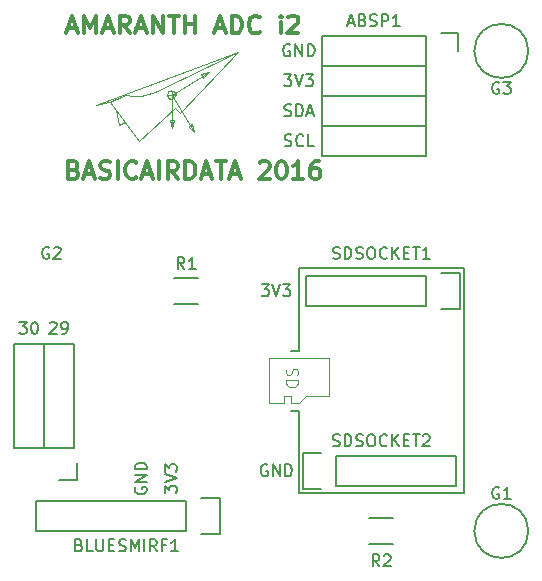
<source format=gto>
G04 #@! TF.FileFunction,Legend,Top*
%FSLAX46Y46*%
G04 Gerber Fmt 4.6, Leading zero omitted, Abs format (unit mm)*
G04 Created by KiCad (PCBNEW 4.0.1-stable) date 17/06/2016 16:01:18*
%MOMM*%
G01*
G04 APERTURE LIST*
%ADD10C,0.100000*%
%ADD11C,0.150000*%
%ADD12C,0.300000*%
G04 APERTURE END LIST*
D10*
D11*
X26035000Y14605000D02*
X25400000Y14605000D01*
D10*
X25400000Y15240000D02*
X26035000Y15240000D01*
X25400000Y15875000D02*
X25400000Y15240000D01*
X24765000Y15875000D02*
X25400000Y15875000D01*
X24765000Y15240000D02*
X24765000Y15875000D01*
X26035000Y15240000D02*
X26670000Y15875000D01*
X23495000Y15240000D02*
X24765000Y15240000D01*
X28575000Y15875000D02*
X26670000Y15875000D01*
X28575000Y19050000D02*
X28575000Y15875000D01*
X23495000Y19050000D02*
X28575000Y19050000D01*
X23495000Y15240000D02*
X23495000Y19050000D01*
D11*
X26035000Y7620000D02*
X26035000Y14605000D01*
X26035000Y19685000D02*
X26035000Y26670000D01*
X25400000Y19685000D02*
X26035000Y19685000D01*
X40005000Y26670000D02*
X26035000Y26670000D01*
X40005000Y7620000D02*
X40005000Y26670000D01*
X26035000Y7620000D02*
X40005000Y7620000D01*
D10*
X24995238Y18184714D02*
X24947619Y18041857D01*
X24947619Y17803761D01*
X24995238Y17708523D01*
X25042857Y17660904D01*
X25138095Y17613285D01*
X25233333Y17613285D01*
X25328571Y17660904D01*
X25376190Y17708523D01*
X25423810Y17803761D01*
X25471429Y17994238D01*
X25519048Y18089476D01*
X25566667Y18137095D01*
X25661905Y18184714D01*
X25757143Y18184714D01*
X25852381Y18137095D01*
X25900000Y18089476D01*
X25947619Y17994238D01*
X25947619Y17756142D01*
X25900000Y17613285D01*
X24947619Y17184714D02*
X25947619Y17184714D01*
X25947619Y16946619D01*
X25900000Y16803761D01*
X25804762Y16708523D01*
X25709524Y16660904D01*
X25519048Y16613285D01*
X25376190Y16613285D01*
X25185714Y16660904D01*
X25090476Y16708523D01*
X24995238Y16803761D01*
X24947619Y16946619D01*
X24947619Y17184714D01*
D11*
X12200000Y8128096D02*
X12152381Y8032858D01*
X12152381Y7890001D01*
X12200000Y7747143D01*
X12295238Y7651905D01*
X12390476Y7604286D01*
X12580952Y7556667D01*
X12723810Y7556667D01*
X12914286Y7604286D01*
X13009524Y7651905D01*
X13104762Y7747143D01*
X13152381Y7890001D01*
X13152381Y7985239D01*
X13104762Y8128096D01*
X13057143Y8175715D01*
X12723810Y8175715D01*
X12723810Y7985239D01*
X13152381Y8604286D02*
X12152381Y8604286D01*
X13152381Y9175715D01*
X12152381Y9175715D01*
X13152381Y9651905D02*
X12152381Y9651905D01*
X12152381Y9890000D01*
X12200000Y10032858D01*
X12295238Y10128096D01*
X12390476Y10175715D01*
X12580952Y10223334D01*
X12723810Y10223334D01*
X12914286Y10175715D01*
X13009524Y10128096D01*
X13104762Y10032858D01*
X13152381Y9890000D01*
X13152381Y9651905D01*
X14692381Y7651905D02*
X14692381Y8270953D01*
X15073333Y7937619D01*
X15073333Y8080477D01*
X15120952Y8175715D01*
X15168571Y8223334D01*
X15263810Y8270953D01*
X15501905Y8270953D01*
X15597143Y8223334D01*
X15644762Y8175715D01*
X15692381Y8080477D01*
X15692381Y7794762D01*
X15644762Y7699524D01*
X15597143Y7651905D01*
X14692381Y8556667D02*
X15692381Y8890000D01*
X14692381Y9223334D01*
X14692381Y9461429D02*
X14692381Y10080477D01*
X15073333Y9747143D01*
X15073333Y9890001D01*
X15120952Y9985239D01*
X15168571Y10032858D01*
X15263810Y10080477D01*
X15501905Y10080477D01*
X15597143Y10032858D01*
X15644762Y9985239D01*
X15692381Y9890001D01*
X15692381Y9604286D01*
X15644762Y9509048D01*
X15597143Y9461429D01*
X2365476Y22137619D02*
X2984524Y22137619D01*
X2651190Y21756667D01*
X2794048Y21756667D01*
X2889286Y21709048D01*
X2936905Y21661429D01*
X2984524Y21566190D01*
X2984524Y21328095D01*
X2936905Y21232857D01*
X2889286Y21185238D01*
X2794048Y21137619D01*
X2508333Y21137619D01*
X2413095Y21185238D01*
X2365476Y21232857D01*
X3603571Y22137619D02*
X3698810Y22137619D01*
X3794048Y22090000D01*
X3841667Y22042381D01*
X3889286Y21947143D01*
X3936905Y21756667D01*
X3936905Y21518571D01*
X3889286Y21328095D01*
X3841667Y21232857D01*
X3794048Y21185238D01*
X3698810Y21137619D01*
X3603571Y21137619D01*
X3508333Y21185238D01*
X3460714Y21232857D01*
X3413095Y21328095D01*
X3365476Y21518571D01*
X3365476Y21756667D01*
X3413095Y21947143D01*
X3460714Y22042381D01*
X3508333Y22090000D01*
X3603571Y22137619D01*
X4953095Y22042381D02*
X5000714Y22090000D01*
X5095952Y22137619D01*
X5334048Y22137619D01*
X5429286Y22090000D01*
X5476905Y22042381D01*
X5524524Y21947143D01*
X5524524Y21851905D01*
X5476905Y21709048D01*
X4905476Y21137619D01*
X5524524Y21137619D01*
X6000714Y21137619D02*
X6191190Y21137619D01*
X6286429Y21185238D01*
X6334048Y21232857D01*
X6429286Y21375714D01*
X6476905Y21566190D01*
X6476905Y21947143D01*
X6429286Y22042381D01*
X6381667Y22090000D01*
X6286429Y22137619D01*
X6095952Y22137619D01*
X6000714Y22090000D01*
X5953095Y22042381D01*
X5905476Y21947143D01*
X5905476Y21709048D01*
X5953095Y21613810D01*
X6000714Y21566190D01*
X6095952Y21518571D01*
X6286429Y21518571D01*
X6381667Y21566190D01*
X6429286Y21613810D01*
X6476905Y21709048D01*
D12*
X6506000Y46994000D02*
X7220286Y46994000D01*
X6363143Y46565429D02*
X6863143Y48065429D01*
X7363143Y46565429D01*
X7863143Y46565429D02*
X7863143Y48065429D01*
X8363143Y46994000D01*
X8863143Y48065429D01*
X8863143Y46565429D01*
X9506000Y46994000D02*
X10220286Y46994000D01*
X9363143Y46565429D02*
X9863143Y48065429D01*
X10363143Y46565429D01*
X11720286Y46565429D02*
X11220286Y47279714D01*
X10863143Y46565429D02*
X10863143Y48065429D01*
X11434571Y48065429D01*
X11577429Y47994000D01*
X11648857Y47922571D01*
X11720286Y47779714D01*
X11720286Y47565429D01*
X11648857Y47422571D01*
X11577429Y47351143D01*
X11434571Y47279714D01*
X10863143Y47279714D01*
X12291714Y46994000D02*
X13006000Y46994000D01*
X12148857Y46565429D02*
X12648857Y48065429D01*
X13148857Y46565429D01*
X13648857Y46565429D02*
X13648857Y48065429D01*
X14506000Y46565429D01*
X14506000Y48065429D01*
X15006000Y48065429D02*
X15863143Y48065429D01*
X15434572Y46565429D02*
X15434572Y48065429D01*
X16363143Y46565429D02*
X16363143Y48065429D01*
X16363143Y47351143D02*
X17220286Y47351143D01*
X17220286Y46565429D02*
X17220286Y48065429D01*
X19006000Y46994000D02*
X19720286Y46994000D01*
X18863143Y46565429D02*
X19363143Y48065429D01*
X19863143Y46565429D01*
X20363143Y46565429D02*
X20363143Y48065429D01*
X20720286Y48065429D01*
X20934571Y47994000D01*
X21077429Y47851143D01*
X21148857Y47708286D01*
X21220286Y47422571D01*
X21220286Y47208286D01*
X21148857Y46922571D01*
X21077429Y46779714D01*
X20934571Y46636857D01*
X20720286Y46565429D01*
X20363143Y46565429D01*
X22720286Y46708286D02*
X22648857Y46636857D01*
X22434571Y46565429D01*
X22291714Y46565429D01*
X22077429Y46636857D01*
X21934571Y46779714D01*
X21863143Y46922571D01*
X21791714Y47208286D01*
X21791714Y47422571D01*
X21863143Y47708286D01*
X21934571Y47851143D01*
X22077429Y47994000D01*
X22291714Y48065429D01*
X22434571Y48065429D01*
X22648857Y47994000D01*
X22720286Y47922571D01*
X24506000Y46565429D02*
X24506000Y47565429D01*
X24506000Y48065429D02*
X24434571Y47994000D01*
X24506000Y47922571D01*
X24577428Y47994000D01*
X24506000Y48065429D01*
X24506000Y47922571D01*
X25148857Y47922571D02*
X25220286Y47994000D01*
X25363143Y48065429D01*
X25720286Y48065429D01*
X25863143Y47994000D01*
X25934572Y47922571D01*
X26006000Y47779714D01*
X26006000Y47636857D01*
X25934572Y47422571D01*
X25077429Y46565429D01*
X26006000Y46565429D01*
X7002145Y35032143D02*
X7216431Y34960714D01*
X7287859Y34889286D01*
X7359288Y34746429D01*
X7359288Y34532143D01*
X7287859Y34389286D01*
X7216431Y34317857D01*
X7073573Y34246429D01*
X6502145Y34246429D01*
X6502145Y35746429D01*
X7002145Y35746429D01*
X7145002Y35675000D01*
X7216431Y35603571D01*
X7287859Y35460714D01*
X7287859Y35317857D01*
X7216431Y35175000D01*
X7145002Y35103571D01*
X7002145Y35032143D01*
X6502145Y35032143D01*
X7930716Y34675000D02*
X8645002Y34675000D01*
X7787859Y34246429D02*
X8287859Y35746429D01*
X8787859Y34246429D01*
X9216430Y34317857D02*
X9430716Y34246429D01*
X9787859Y34246429D01*
X9930716Y34317857D01*
X10002145Y34389286D01*
X10073573Y34532143D01*
X10073573Y34675000D01*
X10002145Y34817857D01*
X9930716Y34889286D01*
X9787859Y34960714D01*
X9502145Y35032143D01*
X9359287Y35103571D01*
X9287859Y35175000D01*
X9216430Y35317857D01*
X9216430Y35460714D01*
X9287859Y35603571D01*
X9359287Y35675000D01*
X9502145Y35746429D01*
X9859287Y35746429D01*
X10073573Y35675000D01*
X10716430Y34246429D02*
X10716430Y35746429D01*
X12287859Y34389286D02*
X12216430Y34317857D01*
X12002144Y34246429D01*
X11859287Y34246429D01*
X11645002Y34317857D01*
X11502144Y34460714D01*
X11430716Y34603571D01*
X11359287Y34889286D01*
X11359287Y35103571D01*
X11430716Y35389286D01*
X11502144Y35532143D01*
X11645002Y35675000D01*
X11859287Y35746429D01*
X12002144Y35746429D01*
X12216430Y35675000D01*
X12287859Y35603571D01*
X12859287Y34675000D02*
X13573573Y34675000D01*
X12716430Y34246429D02*
X13216430Y35746429D01*
X13716430Y34246429D01*
X14216430Y34246429D02*
X14216430Y35746429D01*
X15787859Y34246429D02*
X15287859Y34960714D01*
X14930716Y34246429D02*
X14930716Y35746429D01*
X15502144Y35746429D01*
X15645002Y35675000D01*
X15716430Y35603571D01*
X15787859Y35460714D01*
X15787859Y35246429D01*
X15716430Y35103571D01*
X15645002Y35032143D01*
X15502144Y34960714D01*
X14930716Y34960714D01*
X16430716Y34246429D02*
X16430716Y35746429D01*
X16787859Y35746429D01*
X17002144Y35675000D01*
X17145002Y35532143D01*
X17216430Y35389286D01*
X17287859Y35103571D01*
X17287859Y34889286D01*
X17216430Y34603571D01*
X17145002Y34460714D01*
X17002144Y34317857D01*
X16787859Y34246429D01*
X16430716Y34246429D01*
X17859287Y34675000D02*
X18573573Y34675000D01*
X17716430Y34246429D02*
X18216430Y35746429D01*
X18716430Y34246429D01*
X19002144Y35746429D02*
X19859287Y35746429D01*
X19430716Y34246429D02*
X19430716Y35746429D01*
X20287858Y34675000D02*
X21002144Y34675000D01*
X20145001Y34246429D02*
X20645001Y35746429D01*
X21145001Y34246429D01*
X22716429Y35603571D02*
X22787858Y35675000D01*
X22930715Y35746429D01*
X23287858Y35746429D01*
X23430715Y35675000D01*
X23502144Y35603571D01*
X23573572Y35460714D01*
X23573572Y35317857D01*
X23502144Y35103571D01*
X22645001Y34246429D01*
X23573572Y34246429D01*
X24502143Y35746429D02*
X24645000Y35746429D01*
X24787857Y35675000D01*
X24859286Y35603571D01*
X24930715Y35460714D01*
X25002143Y35175000D01*
X25002143Y34817857D01*
X24930715Y34532143D01*
X24859286Y34389286D01*
X24787857Y34317857D01*
X24645000Y34246429D01*
X24502143Y34246429D01*
X24359286Y34317857D01*
X24287857Y34389286D01*
X24216429Y34532143D01*
X24145000Y34817857D01*
X24145000Y35175000D01*
X24216429Y35460714D01*
X24287857Y35603571D01*
X24359286Y35675000D01*
X24502143Y35746429D01*
X26430714Y34246429D02*
X25573571Y34246429D01*
X26002143Y34246429D02*
X26002143Y35746429D01*
X25859286Y35532143D01*
X25716428Y35389286D01*
X25573571Y35317857D01*
X27716428Y35746429D02*
X27430714Y35746429D01*
X27287857Y35675000D01*
X27216428Y35603571D01*
X27073571Y35389286D01*
X27002142Y35103571D01*
X27002142Y34532143D01*
X27073571Y34389286D01*
X27144999Y34317857D01*
X27287857Y34246429D01*
X27573571Y34246429D01*
X27716428Y34317857D01*
X27787857Y34389286D01*
X27859285Y34532143D01*
X27859285Y34889286D01*
X27787857Y35032143D01*
X27716428Y35103571D01*
X27573571Y35175000D01*
X27287857Y35175000D01*
X27144999Y35103571D01*
X27073571Y35032143D01*
X27002142Y34889286D01*
D10*
X15088859Y39241980D02*
X15273721Y39241980D01*
X15273721Y38590931D02*
X15088859Y39241980D01*
X15458583Y39241980D02*
X15273721Y39241980D01*
X15273721Y38590931D02*
X15458583Y39241980D01*
X15273721Y41350161D02*
X15273721Y38590931D01*
X16700667Y38685149D02*
X16857997Y38782212D01*
X17199836Y38228126D02*
X16700667Y38685149D01*
X17015326Y38879275D02*
X16857997Y38782212D01*
X17199836Y38228126D02*
X17015326Y38879275D01*
X17942408Y42779375D02*
X17845345Y42936704D01*
X18399431Y43278543D02*
X17942408Y42779375D01*
X17748282Y43094034D02*
X17845345Y42936704D01*
X18399431Y43278543D02*
X17748282Y43094034D01*
X18399431Y43278543D02*
X15273721Y41350161D01*
X15273721Y41350161D02*
X17199836Y38228126D01*
X15273721Y40987155D02*
X15273721Y41713166D01*
X10800538Y38797189D02*
X10554232Y40082839D01*
X10800538Y38797189D02*
X11307378Y39076461D01*
X13883289Y41631120D02*
X20883708Y44961947D01*
X13039164Y41312674D02*
X13883289Y41631120D01*
X12667926Y41242129D02*
X13039164Y41312674D01*
X12106238Y41245416D02*
X12667926Y41242129D01*
X11409086Y41354470D02*
X12106238Y41245416D01*
X14910715Y41350161D02*
X15636726Y41350161D01*
X15636726Y41350161D02*
G75*
G03X15636726Y41350161I-363005J0D01*
G01*
X15967842Y39809960D02*
X20883708Y44961947D01*
X15583254Y40210550D02*
X15967842Y39809960D01*
X12505870Y37475000D02*
X15583254Y40210550D01*
X10056309Y40748179D02*
X12505870Y37475000D01*
X11409086Y41354470D02*
X10056309Y40748179D01*
X9996511Y40788791D02*
X11409086Y41354470D01*
X8880000Y40495759D02*
X9996511Y40788791D01*
X8880000Y40495759D02*
X20883708Y44961947D01*
X15273721Y41014787D02*
X15273721Y40994130D01*
X15202902Y40994130D02*
X15134805Y41014787D01*
X15273721Y40987155D02*
X15202902Y40994130D01*
X15273721Y40994130D02*
X15273721Y40987155D01*
X15273721Y41048333D02*
X15273721Y41014787D01*
X15134805Y41014787D02*
X15072046Y41048333D01*
X15273721Y41093477D02*
X15273721Y41048333D01*
X15072046Y41048333D02*
X15017037Y41093477D01*
X15273721Y41148486D02*
X15273721Y41093477D01*
X15017037Y41093477D02*
X14971893Y41148486D01*
X15273721Y41211244D02*
X15273721Y41148486D01*
X14971893Y41148486D02*
X14938347Y41211244D01*
X15273721Y41279342D02*
X15273721Y41211244D01*
X14938347Y41211244D02*
X14917690Y41279342D01*
X15273721Y41350161D02*
X15273721Y41279342D01*
X14917690Y41279342D02*
X14910715Y41350161D01*
X15631211Y41413196D02*
X15636726Y41350161D01*
X15273721Y41350161D02*
X15273721Y41413196D01*
X15614834Y41474316D02*
X15631211Y41413196D01*
X15273721Y41413196D02*
X15273721Y41474316D01*
X15588093Y41531663D02*
X15614834Y41474316D01*
X15273721Y41474316D02*
X15273721Y41531663D01*
X15551799Y41583496D02*
X15588093Y41531663D01*
X15273721Y41531663D02*
X15273721Y41583496D01*
X15507056Y41628239D02*
X15551799Y41583496D01*
X15273721Y41583496D02*
X15273721Y41628239D01*
X15455224Y41664533D02*
X15507056Y41628239D01*
X15273721Y41628239D02*
X15273721Y41664533D01*
X15397876Y41691274D02*
X15455224Y41664533D01*
X15273721Y41664533D02*
X15273721Y41691274D01*
X15336756Y41707651D02*
X15397876Y41691274D01*
X15273721Y41691274D02*
X15273721Y41707651D01*
X15273721Y41707651D02*
X15273721Y41713166D01*
X15273721Y41713166D02*
X15336756Y41707651D01*
X15273721Y41014787D02*
X15273721Y40994130D01*
X15202902Y40994130D02*
X15134805Y41014787D01*
X15273721Y40987155D02*
X15202902Y40994130D01*
X15273721Y40994130D02*
X15273721Y40987155D01*
X15273721Y41048333D02*
X15273721Y41014787D01*
X15134805Y41014787D02*
X15072046Y41048333D01*
X15273721Y41093477D02*
X15273721Y41048333D01*
X15072046Y41048333D02*
X15017037Y41093477D01*
X15273721Y41148486D02*
X15273721Y41093477D01*
X15017037Y41093477D02*
X14971893Y41148486D01*
X15273721Y41211244D02*
X15273721Y41148486D01*
X14971893Y41148486D02*
X14938347Y41211244D01*
X15273721Y41279342D02*
X15273721Y41211244D01*
X14938347Y41211244D02*
X14917690Y41279342D01*
X15273721Y41350161D02*
X15273721Y41279342D01*
X14917690Y41279342D02*
X14910715Y41350161D01*
X15631211Y41413196D02*
X15636726Y41350161D01*
X15273721Y41350161D02*
X15273721Y41413196D01*
X15614834Y41474316D02*
X15631211Y41413196D01*
X15273721Y41413196D02*
X15273721Y41474316D01*
X15588093Y41531663D02*
X15614834Y41474316D01*
X15273721Y41474316D02*
X15273721Y41531663D01*
X15551799Y41583496D02*
X15588093Y41531663D01*
X15273721Y41531663D02*
X15273721Y41583496D01*
X15507056Y41628239D02*
X15551799Y41583496D01*
X15273721Y41583496D02*
X15273721Y41628239D01*
X15455224Y41664533D02*
X15507056Y41628239D01*
X15273721Y41628239D02*
X15273721Y41664533D01*
X15397876Y41691274D02*
X15455224Y41664533D01*
X15273721Y41664533D02*
X15273721Y41691274D01*
X15336756Y41707651D02*
X15397876Y41691274D01*
X15273721Y41691274D02*
X15273721Y41707651D01*
X15273721Y41707651D02*
X15273721Y41713166D01*
X15273721Y41713166D02*
X15336756Y41707651D01*
D11*
X22891905Y25312619D02*
X23510953Y25312619D01*
X23177619Y24931667D01*
X23320477Y24931667D01*
X23415715Y24884048D01*
X23463334Y24836429D01*
X23510953Y24741190D01*
X23510953Y24503095D01*
X23463334Y24407857D01*
X23415715Y24360238D01*
X23320477Y24312619D01*
X23034762Y24312619D01*
X22939524Y24360238D01*
X22891905Y24407857D01*
X23796667Y25312619D02*
X24130000Y24312619D01*
X24463334Y25312619D01*
X24701429Y25312619D02*
X25320477Y25312619D01*
X24987143Y24931667D01*
X25130001Y24931667D01*
X25225239Y24884048D01*
X25272858Y24836429D01*
X25320477Y24741190D01*
X25320477Y24503095D01*
X25272858Y24407857D01*
X25225239Y24360238D01*
X25130001Y24312619D01*
X24844286Y24312619D01*
X24749048Y24360238D01*
X24701429Y24407857D01*
X23368096Y10025000D02*
X23272858Y10072619D01*
X23130001Y10072619D01*
X22987143Y10025000D01*
X22891905Y9929762D01*
X22844286Y9834524D01*
X22796667Y9644048D01*
X22796667Y9501190D01*
X22844286Y9310714D01*
X22891905Y9215476D01*
X22987143Y9120238D01*
X23130001Y9072619D01*
X23225239Y9072619D01*
X23368096Y9120238D01*
X23415715Y9167857D01*
X23415715Y9501190D01*
X23225239Y9501190D01*
X23844286Y9072619D02*
X23844286Y10072619D01*
X24415715Y9072619D01*
X24415715Y10072619D01*
X24891905Y9072619D02*
X24891905Y10072619D01*
X25130000Y10072619D01*
X25272858Y10025000D01*
X25368096Y9929762D01*
X25415715Y9834524D01*
X25463334Y9644048D01*
X25463334Y9501190D01*
X25415715Y9310714D01*
X25368096Y9215476D01*
X25272858Y9120238D01*
X25130000Y9072619D01*
X24891905Y9072619D01*
X24844524Y37060238D02*
X24987381Y37012619D01*
X25225477Y37012619D01*
X25320715Y37060238D01*
X25368334Y37107857D01*
X25415953Y37203095D01*
X25415953Y37298333D01*
X25368334Y37393571D01*
X25320715Y37441190D01*
X25225477Y37488810D01*
X25035000Y37536429D01*
X24939762Y37584048D01*
X24892143Y37631667D01*
X24844524Y37726905D01*
X24844524Y37822143D01*
X24892143Y37917381D01*
X24939762Y37965000D01*
X25035000Y38012619D01*
X25273096Y38012619D01*
X25415953Y37965000D01*
X26415953Y37107857D02*
X26368334Y37060238D01*
X26225477Y37012619D01*
X26130239Y37012619D01*
X25987381Y37060238D01*
X25892143Y37155476D01*
X25844524Y37250714D01*
X25796905Y37441190D01*
X25796905Y37584048D01*
X25844524Y37774524D01*
X25892143Y37869762D01*
X25987381Y37965000D01*
X26130239Y38012619D01*
X26225477Y38012619D01*
X26368334Y37965000D01*
X26415953Y37917381D01*
X27320715Y37012619D02*
X26844524Y37012619D01*
X26844524Y38012619D01*
X24820714Y39600238D02*
X24963571Y39552619D01*
X25201667Y39552619D01*
X25296905Y39600238D01*
X25344524Y39647857D01*
X25392143Y39743095D01*
X25392143Y39838333D01*
X25344524Y39933571D01*
X25296905Y39981190D01*
X25201667Y40028810D01*
X25011190Y40076429D01*
X24915952Y40124048D01*
X24868333Y40171667D01*
X24820714Y40266905D01*
X24820714Y40362143D01*
X24868333Y40457381D01*
X24915952Y40505000D01*
X25011190Y40552619D01*
X25249286Y40552619D01*
X25392143Y40505000D01*
X25820714Y39552619D02*
X25820714Y40552619D01*
X26058809Y40552619D01*
X26201667Y40505000D01*
X26296905Y40409762D01*
X26344524Y40314524D01*
X26392143Y40124048D01*
X26392143Y39981190D01*
X26344524Y39790714D01*
X26296905Y39695476D01*
X26201667Y39600238D01*
X26058809Y39552619D01*
X25820714Y39552619D01*
X26773095Y39838333D02*
X27249286Y39838333D01*
X26677857Y39552619D02*
X27011190Y40552619D01*
X27344524Y39552619D01*
X24796905Y43092619D02*
X25415953Y43092619D01*
X25082619Y42711667D01*
X25225477Y42711667D01*
X25320715Y42664048D01*
X25368334Y42616429D01*
X25415953Y42521190D01*
X25415953Y42283095D01*
X25368334Y42187857D01*
X25320715Y42140238D01*
X25225477Y42092619D01*
X24939762Y42092619D01*
X24844524Y42140238D01*
X24796905Y42187857D01*
X25701667Y43092619D02*
X26035000Y42092619D01*
X26368334Y43092619D01*
X26606429Y43092619D02*
X27225477Y43092619D01*
X26892143Y42711667D01*
X27035001Y42711667D01*
X27130239Y42664048D01*
X27177858Y42616429D01*
X27225477Y42521190D01*
X27225477Y42283095D01*
X27177858Y42187857D01*
X27130239Y42140238D01*
X27035001Y42092619D01*
X26749286Y42092619D01*
X26654048Y42140238D01*
X26606429Y42187857D01*
X25273096Y45585000D02*
X25177858Y45632619D01*
X25035001Y45632619D01*
X24892143Y45585000D01*
X24796905Y45489762D01*
X24749286Y45394524D01*
X24701667Y45204048D01*
X24701667Y45061190D01*
X24749286Y44870714D01*
X24796905Y44775476D01*
X24892143Y44680238D01*
X25035001Y44632619D01*
X25130239Y44632619D01*
X25273096Y44680238D01*
X25320715Y44727857D01*
X25320715Y45061190D01*
X25130239Y45061190D01*
X25749286Y44632619D02*
X25749286Y45632619D01*
X26320715Y44632619D01*
X26320715Y45632619D01*
X26796905Y44632619D02*
X26796905Y45632619D01*
X27035000Y45632619D01*
X27177858Y45585000D01*
X27273096Y45489762D01*
X27320715Y45394524D01*
X27368334Y45204048D01*
X27368334Y45061190D01*
X27320715Y44870714D01*
X27273096Y44775476D01*
X27177858Y44680238D01*
X27035000Y44632619D01*
X26796905Y44632619D01*
X36830000Y26035000D02*
X26670000Y26035000D01*
X26670000Y26035000D02*
X26670000Y23495000D01*
X26670000Y23495000D02*
X36830000Y23495000D01*
X39650000Y26315000D02*
X38100000Y26315000D01*
X36830000Y26035000D02*
X36830000Y23495000D01*
X38100000Y23215000D02*
X39650000Y23215000D01*
X39650000Y23215000D02*
X39650000Y26315000D01*
X28000000Y36195000D02*
X36830000Y36195000D01*
X28000000Y38735000D02*
X28000000Y36195000D01*
X36830000Y38735000D02*
X36830000Y36195000D01*
X36830000Y41275000D02*
X36830000Y38735000D01*
X28000000Y41275000D02*
X28000000Y38735000D01*
X28000000Y38735000D02*
X36830000Y38735000D01*
X28000000Y41275000D02*
X36830000Y41275000D01*
X28000000Y43815000D02*
X28000000Y41275000D01*
X36830000Y43815000D02*
X28000000Y43815000D01*
X36830000Y43815000D02*
X36830000Y41275000D01*
X36830000Y46355000D02*
X36830000Y43815000D01*
X39500000Y45085000D02*
X39500000Y46635000D01*
X39500000Y46635000D02*
X38100000Y46635000D01*
X36830000Y46355000D02*
X28000000Y46355000D01*
X28000000Y46355000D02*
X28000000Y43815000D01*
X28000000Y43815000D02*
X36830000Y43815000D01*
X29210000Y8255000D02*
X39370000Y8255000D01*
X39370000Y8255000D02*
X39370000Y10795000D01*
X39370000Y10795000D02*
X29210000Y10795000D01*
X26390000Y7975000D02*
X27940000Y7975000D01*
X29210000Y8255000D02*
X29210000Y10795000D01*
X27940000Y11075000D02*
X26390000Y11075000D01*
X26390000Y11075000D02*
X26390000Y7975000D01*
X17510000Y23690000D02*
X15510000Y23690000D01*
X15510000Y25840000D02*
X17510000Y25840000D01*
X34020000Y3370000D02*
X32020000Y3370000D01*
X32020000Y5520000D02*
X34020000Y5520000D01*
X45466000Y4445000D02*
G75*
G03X45466000Y4445000I-2286000J0D01*
G01*
X16510000Y6985000D02*
X3810000Y6985000D01*
X3810000Y6985000D02*
X3810000Y4445000D01*
X3810000Y4445000D02*
X16510000Y4445000D01*
X19330000Y7265000D02*
X17780000Y7265000D01*
X16510000Y6985000D02*
X16510000Y4445000D01*
X17780000Y4165000D02*
X19330000Y4165000D01*
X19330000Y4165000D02*
X19330000Y7265000D01*
X45466000Y45085000D02*
G75*
G03X45466000Y45085000I-2286000J0D01*
G01*
X1905000Y20260000D02*
X1905000Y11430000D01*
X4445000Y20260000D02*
X1905000Y20260000D01*
X4445000Y11430000D02*
X4445000Y20260000D01*
X4445000Y11430000D02*
X1905000Y11430000D01*
X6985000Y11430000D02*
X4445000Y11430000D01*
X5715000Y8760000D02*
X7265000Y8760000D01*
X7265000Y8760000D02*
X7265000Y10160000D01*
X6985000Y11430000D02*
X6985000Y20260000D01*
X6985000Y20260000D02*
X4445000Y20260000D01*
X4445000Y20260000D02*
X4445000Y11430000D01*
X28924762Y27535238D02*
X29067619Y27487619D01*
X29305715Y27487619D01*
X29400953Y27535238D01*
X29448572Y27582857D01*
X29496191Y27678095D01*
X29496191Y27773333D01*
X29448572Y27868571D01*
X29400953Y27916190D01*
X29305715Y27963810D01*
X29115238Y28011429D01*
X29020000Y28059048D01*
X28972381Y28106667D01*
X28924762Y28201905D01*
X28924762Y28297143D01*
X28972381Y28392381D01*
X29020000Y28440000D01*
X29115238Y28487619D01*
X29353334Y28487619D01*
X29496191Y28440000D01*
X29924762Y27487619D02*
X29924762Y28487619D01*
X30162857Y28487619D01*
X30305715Y28440000D01*
X30400953Y28344762D01*
X30448572Y28249524D01*
X30496191Y28059048D01*
X30496191Y27916190D01*
X30448572Y27725714D01*
X30400953Y27630476D01*
X30305715Y27535238D01*
X30162857Y27487619D01*
X29924762Y27487619D01*
X30877143Y27535238D02*
X31020000Y27487619D01*
X31258096Y27487619D01*
X31353334Y27535238D01*
X31400953Y27582857D01*
X31448572Y27678095D01*
X31448572Y27773333D01*
X31400953Y27868571D01*
X31353334Y27916190D01*
X31258096Y27963810D01*
X31067619Y28011429D01*
X30972381Y28059048D01*
X30924762Y28106667D01*
X30877143Y28201905D01*
X30877143Y28297143D01*
X30924762Y28392381D01*
X30972381Y28440000D01*
X31067619Y28487619D01*
X31305715Y28487619D01*
X31448572Y28440000D01*
X32067619Y28487619D02*
X32258096Y28487619D01*
X32353334Y28440000D01*
X32448572Y28344762D01*
X32496191Y28154286D01*
X32496191Y27820952D01*
X32448572Y27630476D01*
X32353334Y27535238D01*
X32258096Y27487619D01*
X32067619Y27487619D01*
X31972381Y27535238D01*
X31877143Y27630476D01*
X31829524Y27820952D01*
X31829524Y28154286D01*
X31877143Y28344762D01*
X31972381Y28440000D01*
X32067619Y28487619D01*
X33496191Y27582857D02*
X33448572Y27535238D01*
X33305715Y27487619D01*
X33210477Y27487619D01*
X33067619Y27535238D01*
X32972381Y27630476D01*
X32924762Y27725714D01*
X32877143Y27916190D01*
X32877143Y28059048D01*
X32924762Y28249524D01*
X32972381Y28344762D01*
X33067619Y28440000D01*
X33210477Y28487619D01*
X33305715Y28487619D01*
X33448572Y28440000D01*
X33496191Y28392381D01*
X33924762Y27487619D02*
X33924762Y28487619D01*
X34496191Y27487619D02*
X34067619Y28059048D01*
X34496191Y28487619D02*
X33924762Y27916190D01*
X34924762Y28011429D02*
X35258096Y28011429D01*
X35400953Y27487619D02*
X34924762Y27487619D01*
X34924762Y28487619D01*
X35400953Y28487619D01*
X35686667Y28487619D02*
X36258096Y28487619D01*
X35972381Y27487619D02*
X35972381Y28487619D01*
X37115239Y27487619D02*
X36543810Y27487619D01*
X36829524Y27487619D02*
X36829524Y28487619D01*
X36734286Y28344762D01*
X36639048Y28249524D01*
X36543810Y28201905D01*
X30194524Y47458333D02*
X30670715Y47458333D01*
X30099286Y47172619D02*
X30432619Y48172619D01*
X30765953Y47172619D01*
X31432620Y47696429D02*
X31575477Y47648810D01*
X31623096Y47601190D01*
X31670715Y47505952D01*
X31670715Y47363095D01*
X31623096Y47267857D01*
X31575477Y47220238D01*
X31480239Y47172619D01*
X31099286Y47172619D01*
X31099286Y48172619D01*
X31432620Y48172619D01*
X31527858Y48125000D01*
X31575477Y48077381D01*
X31623096Y47982143D01*
X31623096Y47886905D01*
X31575477Y47791667D01*
X31527858Y47744048D01*
X31432620Y47696429D01*
X31099286Y47696429D01*
X32051667Y47220238D02*
X32194524Y47172619D01*
X32432620Y47172619D01*
X32527858Y47220238D01*
X32575477Y47267857D01*
X32623096Y47363095D01*
X32623096Y47458333D01*
X32575477Y47553571D01*
X32527858Y47601190D01*
X32432620Y47648810D01*
X32242143Y47696429D01*
X32146905Y47744048D01*
X32099286Y47791667D01*
X32051667Y47886905D01*
X32051667Y47982143D01*
X32099286Y48077381D01*
X32146905Y48125000D01*
X32242143Y48172619D01*
X32480239Y48172619D01*
X32623096Y48125000D01*
X33051667Y47172619D02*
X33051667Y48172619D01*
X33432620Y48172619D01*
X33527858Y48125000D01*
X33575477Y48077381D01*
X33623096Y47982143D01*
X33623096Y47839286D01*
X33575477Y47744048D01*
X33527858Y47696429D01*
X33432620Y47648810D01*
X33051667Y47648810D01*
X34575477Y47172619D02*
X34004048Y47172619D01*
X34289762Y47172619D02*
X34289762Y48172619D01*
X34194524Y48029762D01*
X34099286Y47934524D01*
X34004048Y47886905D01*
X28924762Y11660238D02*
X29067619Y11612619D01*
X29305715Y11612619D01*
X29400953Y11660238D01*
X29448572Y11707857D01*
X29496191Y11803095D01*
X29496191Y11898333D01*
X29448572Y11993571D01*
X29400953Y12041190D01*
X29305715Y12088810D01*
X29115238Y12136429D01*
X29020000Y12184048D01*
X28972381Y12231667D01*
X28924762Y12326905D01*
X28924762Y12422143D01*
X28972381Y12517381D01*
X29020000Y12565000D01*
X29115238Y12612619D01*
X29353334Y12612619D01*
X29496191Y12565000D01*
X29924762Y11612619D02*
X29924762Y12612619D01*
X30162857Y12612619D01*
X30305715Y12565000D01*
X30400953Y12469762D01*
X30448572Y12374524D01*
X30496191Y12184048D01*
X30496191Y12041190D01*
X30448572Y11850714D01*
X30400953Y11755476D01*
X30305715Y11660238D01*
X30162857Y11612619D01*
X29924762Y11612619D01*
X30877143Y11660238D02*
X31020000Y11612619D01*
X31258096Y11612619D01*
X31353334Y11660238D01*
X31400953Y11707857D01*
X31448572Y11803095D01*
X31448572Y11898333D01*
X31400953Y11993571D01*
X31353334Y12041190D01*
X31258096Y12088810D01*
X31067619Y12136429D01*
X30972381Y12184048D01*
X30924762Y12231667D01*
X30877143Y12326905D01*
X30877143Y12422143D01*
X30924762Y12517381D01*
X30972381Y12565000D01*
X31067619Y12612619D01*
X31305715Y12612619D01*
X31448572Y12565000D01*
X32067619Y12612619D02*
X32258096Y12612619D01*
X32353334Y12565000D01*
X32448572Y12469762D01*
X32496191Y12279286D01*
X32496191Y11945952D01*
X32448572Y11755476D01*
X32353334Y11660238D01*
X32258096Y11612619D01*
X32067619Y11612619D01*
X31972381Y11660238D01*
X31877143Y11755476D01*
X31829524Y11945952D01*
X31829524Y12279286D01*
X31877143Y12469762D01*
X31972381Y12565000D01*
X32067619Y12612619D01*
X33496191Y11707857D02*
X33448572Y11660238D01*
X33305715Y11612619D01*
X33210477Y11612619D01*
X33067619Y11660238D01*
X32972381Y11755476D01*
X32924762Y11850714D01*
X32877143Y12041190D01*
X32877143Y12184048D01*
X32924762Y12374524D01*
X32972381Y12469762D01*
X33067619Y12565000D01*
X33210477Y12612619D01*
X33305715Y12612619D01*
X33448572Y12565000D01*
X33496191Y12517381D01*
X33924762Y11612619D02*
X33924762Y12612619D01*
X34496191Y11612619D02*
X34067619Y12184048D01*
X34496191Y12612619D02*
X33924762Y12041190D01*
X34924762Y12136429D02*
X35258096Y12136429D01*
X35400953Y11612619D02*
X34924762Y11612619D01*
X34924762Y12612619D01*
X35400953Y12612619D01*
X35686667Y12612619D02*
X36258096Y12612619D01*
X35972381Y11612619D02*
X35972381Y12612619D01*
X36543810Y12517381D02*
X36591429Y12565000D01*
X36686667Y12612619D01*
X36924763Y12612619D01*
X37020001Y12565000D01*
X37067620Y12517381D01*
X37115239Y12422143D01*
X37115239Y12326905D01*
X37067620Y12184048D01*
X36496191Y11612619D01*
X37115239Y11612619D01*
X16343334Y26612619D02*
X16010000Y27088810D01*
X15771905Y26612619D02*
X15771905Y27612619D01*
X16152858Y27612619D01*
X16248096Y27565000D01*
X16295715Y27517381D01*
X16343334Y27422143D01*
X16343334Y27279286D01*
X16295715Y27184048D01*
X16248096Y27136429D01*
X16152858Y27088810D01*
X15771905Y27088810D01*
X17295715Y26612619D02*
X16724286Y26612619D01*
X17010000Y26612619D02*
X17010000Y27612619D01*
X16914762Y27469762D01*
X16819524Y27374524D01*
X16724286Y27326905D01*
X32853334Y1452619D02*
X32520000Y1928810D01*
X32281905Y1452619D02*
X32281905Y2452619D01*
X32662858Y2452619D01*
X32758096Y2405000D01*
X32805715Y2357381D01*
X32853334Y2262143D01*
X32853334Y2119286D01*
X32805715Y2024048D01*
X32758096Y1976429D01*
X32662858Y1928810D01*
X32281905Y1928810D01*
X33234286Y2357381D02*
X33281905Y2405000D01*
X33377143Y2452619D01*
X33615239Y2452619D01*
X33710477Y2405000D01*
X33758096Y2357381D01*
X33805715Y2262143D01*
X33805715Y2166905D01*
X33758096Y2024048D01*
X33186667Y1452619D01*
X33805715Y1452619D01*
X42965715Y8120000D02*
X42870477Y8167619D01*
X42727620Y8167619D01*
X42584762Y8120000D01*
X42489524Y8024762D01*
X42441905Y7929524D01*
X42394286Y7739048D01*
X42394286Y7596190D01*
X42441905Y7405714D01*
X42489524Y7310476D01*
X42584762Y7215238D01*
X42727620Y7167619D01*
X42822858Y7167619D01*
X42965715Y7215238D01*
X43013334Y7262857D01*
X43013334Y7596190D01*
X42822858Y7596190D01*
X43965715Y7167619D02*
X43394286Y7167619D01*
X43680000Y7167619D02*
X43680000Y8167619D01*
X43584762Y8024762D01*
X43489524Y7929524D01*
X43394286Y7881905D01*
X4865715Y28440000D02*
X4770477Y28487619D01*
X4627620Y28487619D01*
X4484762Y28440000D01*
X4389524Y28344762D01*
X4341905Y28249524D01*
X4294286Y28059048D01*
X4294286Y27916190D01*
X4341905Y27725714D01*
X4389524Y27630476D01*
X4484762Y27535238D01*
X4627620Y27487619D01*
X4722858Y27487619D01*
X4865715Y27535238D01*
X4913334Y27582857D01*
X4913334Y27916190D01*
X4722858Y27916190D01*
X5294286Y28392381D02*
X5341905Y28440000D01*
X5437143Y28487619D01*
X5675239Y28487619D01*
X5770477Y28440000D01*
X5818096Y28392381D01*
X5865715Y28297143D01*
X5865715Y28201905D01*
X5818096Y28059048D01*
X5246667Y27487619D01*
X5865715Y27487619D01*
X7430001Y3246429D02*
X7572858Y3198810D01*
X7620477Y3151190D01*
X7668096Y3055952D01*
X7668096Y2913095D01*
X7620477Y2817857D01*
X7572858Y2770238D01*
X7477620Y2722619D01*
X7096667Y2722619D01*
X7096667Y3722619D01*
X7430001Y3722619D01*
X7525239Y3675000D01*
X7572858Y3627381D01*
X7620477Y3532143D01*
X7620477Y3436905D01*
X7572858Y3341667D01*
X7525239Y3294048D01*
X7430001Y3246429D01*
X7096667Y3246429D01*
X8572858Y2722619D02*
X8096667Y2722619D01*
X8096667Y3722619D01*
X8906191Y3722619D02*
X8906191Y2913095D01*
X8953810Y2817857D01*
X9001429Y2770238D01*
X9096667Y2722619D01*
X9287144Y2722619D01*
X9382382Y2770238D01*
X9430001Y2817857D01*
X9477620Y2913095D01*
X9477620Y3722619D01*
X9953810Y3246429D02*
X10287144Y3246429D01*
X10430001Y2722619D02*
X9953810Y2722619D01*
X9953810Y3722619D01*
X10430001Y3722619D01*
X10810953Y2770238D02*
X10953810Y2722619D01*
X11191906Y2722619D01*
X11287144Y2770238D01*
X11334763Y2817857D01*
X11382382Y2913095D01*
X11382382Y3008333D01*
X11334763Y3103571D01*
X11287144Y3151190D01*
X11191906Y3198810D01*
X11001429Y3246429D01*
X10906191Y3294048D01*
X10858572Y3341667D01*
X10810953Y3436905D01*
X10810953Y3532143D01*
X10858572Y3627381D01*
X10906191Y3675000D01*
X11001429Y3722619D01*
X11239525Y3722619D01*
X11382382Y3675000D01*
X11810953Y2722619D02*
X11810953Y3722619D01*
X12144287Y3008333D01*
X12477620Y3722619D01*
X12477620Y2722619D01*
X12953810Y2722619D02*
X12953810Y3722619D01*
X14001429Y2722619D02*
X13668095Y3198810D01*
X13430000Y2722619D02*
X13430000Y3722619D01*
X13810953Y3722619D01*
X13906191Y3675000D01*
X13953810Y3627381D01*
X14001429Y3532143D01*
X14001429Y3389286D01*
X13953810Y3294048D01*
X13906191Y3246429D01*
X13810953Y3198810D01*
X13430000Y3198810D01*
X14763334Y3246429D02*
X14430000Y3246429D01*
X14430000Y2722619D02*
X14430000Y3722619D01*
X14906191Y3722619D01*
X15810953Y2722619D02*
X15239524Y2722619D01*
X15525238Y2722619D02*
X15525238Y3722619D01*
X15430000Y3579762D01*
X15334762Y3484524D01*
X15239524Y3436905D01*
X42965715Y42410000D02*
X42870477Y42457619D01*
X42727620Y42457619D01*
X42584762Y42410000D01*
X42489524Y42314762D01*
X42441905Y42219524D01*
X42394286Y42029048D01*
X42394286Y41886190D01*
X42441905Y41695714D01*
X42489524Y41600476D01*
X42584762Y41505238D01*
X42727620Y41457619D01*
X42822858Y41457619D01*
X42965715Y41505238D01*
X43013334Y41552857D01*
X43013334Y41886190D01*
X42822858Y41886190D01*
X43346667Y42457619D02*
X43965715Y42457619D01*
X43632381Y42076667D01*
X43775239Y42076667D01*
X43870477Y42029048D01*
X43918096Y41981429D01*
X43965715Y41886190D01*
X43965715Y41648095D01*
X43918096Y41552857D01*
X43870477Y41505238D01*
X43775239Y41457619D01*
X43489524Y41457619D01*
X43394286Y41505238D01*
X43346667Y41552857D01*
M02*

</source>
